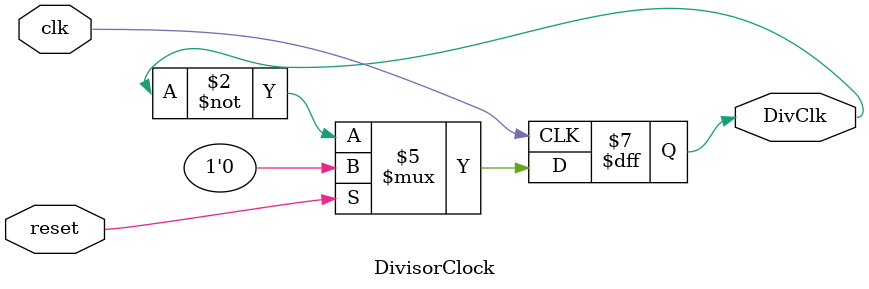
<source format=v>
`timescale 1ns / 1ps
module DivisorClock(
	input wire clk, reset,
	output reg DivClk = 1'b0
    );

//Para saber cuanto es la entrada Div, se divide la entrada clk (los 100MHz de la Nexys 3 en este caso) entre la frecuencia deseada, este resultado se divide entre 2 y se le resta 1
//Esto es asi pues, si se divide por 1 bit (osea si Div = 0) esto divide el clk entre 2, es decir si uso una cantidad de 1 bit en Div, divido clk en 2, si uso dos bits (Div = 1) divido clk en 4, si uso 3 bits (Div=2) divido clk en 6
//**Notar que la cuenta de cuantos bits utilizo comienza en 0 y tambien es por ello que se le resta 1
//Asi, si se quiere tener una frecuencia de por ejemplo 10MHz, entonces, 100MHz/10Mhz = 10 (divido la frecuencia 10 veces). Si se que usar 1 bit (Div = 0) equivale a dividir la frecuencia en 2, entonces diviendo 10 veces equivale a utilizar 5 bits (Div = 4), es decir una regla de tres. Div = [(1*10)/2]-1

always@(negedge clk)
	if(reset)
		
		DivClk <= 0;
		
	else 
		DivClk <= ~DivClk;
			
endmodule

</source>
